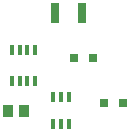
<source format=gbr>
%TF.GenerationSoftware,KiCad,Pcbnew,(6.0.10)*%
%TF.CreationDate,2023-01-28T16:26:22+05:30*%
%TF.ProjectId,protectionCkt,70726f74-6563-4746-996f-6e436b742e6b,rev?*%
%TF.SameCoordinates,Original*%
%TF.FileFunction,Paste,Top*%
%TF.FilePolarity,Positive*%
%FSLAX46Y46*%
G04 Gerber Fmt 4.6, Leading zero omitted, Abs format (unit mm)*
G04 Created by KiCad (PCBNEW (6.0.10)) date 2023-01-28 16:26:22*
%MOMM*%
%LPD*%
G01*
G04 APERTURE LIST*
%ADD10R,0.355600X0.876300*%
%ADD11R,0.838200X1.016000*%
%ADD12R,0.655600X0.800000*%
%ADD13R,0.698500X1.701800*%
%ADD14R,0.755599X0.799998*%
%ADD15R,0.406400X0.876300*%
G04 APERTURE END LIST*
D10*
%TO.C,U3*%
X126985001Y-93821250D03*
X127635000Y-93821250D03*
X128284999Y-93821250D03*
X128284999Y-91598750D03*
X127635000Y-91598750D03*
X126985001Y-91598750D03*
%TD*%
D11*
%TO.C,R1*%
X123151900Y-92710000D03*
X124498100Y-92710000D03*
%TD*%
D12*
%TO.C,C1*%
X130367800Y-88265000D03*
X128712200Y-88265000D03*
%TD*%
D13*
%TO.C,LED1*%
X127120650Y-84455000D03*
X129419350Y-84455000D03*
%TD*%
D14*
%TO.C,R2*%
X131302201Y-92075000D03*
X132857799Y-92075000D03*
%TD*%
D15*
%TO.C,U4*%
X125434999Y-87585550D03*
X124785001Y-87585550D03*
X124134999Y-87585550D03*
X123485001Y-87585550D03*
X123485001Y-90214450D03*
X124134999Y-90214450D03*
X124785001Y-90214450D03*
X125434999Y-90214450D03*
%TD*%
M02*

</source>
